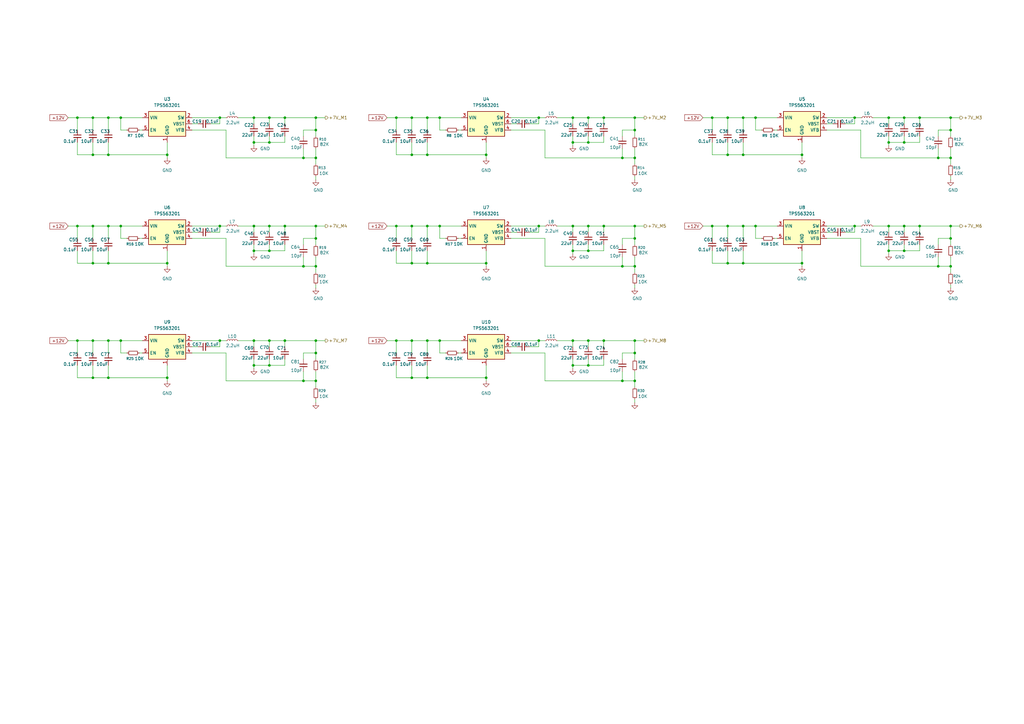
<source format=kicad_sch>
(kicad_sch (version 20250114) (generator "eeschema") (generator_version "9.0")
  (paper "A3")
  (junction (at 255.27 64.77))
  (junction (at 110.49 58.42))
  (junction (at 129.54 53.34))
  (junction (at 304.8 63.5))
  (junction (at 180.34 48.26))
  (junction (at 304.8 107.95))
  (junction (at 304.8 48.26))
  (junction (at 44.45 139.7))
  (junction (at 241.3 149.86))
  (junction (at 31.75 92.71))
  (junction (at 247.65 92.71))
  (junction (at 90.17 139.7))
  (junction (at 129.54 144.78))
  (junction (at 129.54 139.7))
  (junction (at 31.75 139.7))
  (junction (at 364.49 102.87))
  (junction (at 129.54 92.71))
  (junction (at 309.88 48.26))
  (junction (at 292.1 92.71))
  (junction (at 370.84 92.71))
  (junction (at 49.53 48.26))
  (junction (at 110.49 92.71))
  (junction (at 129.54 48.26))
  (junction (at 162.56 92.71))
  (junction (at 309.88 92.71))
  (junction (at 44.45 107.95))
  (junction (at 38.1 154.94))
  (junction (at 38.1 63.5))
  (junction (at 129.54 97.79))
  (junction (at 350.52 92.71))
  (junction (at 241.3 139.7))
  (junction (at 68.58 154.94))
  (junction (at 90.17 48.26))
  (junction (at 234.95 48.26))
  (junction (at 104.14 102.87))
  (junction (at 241.3 102.87))
  (junction (at 110.49 149.86))
  (junction (at 241.3 48.26))
  (junction (at 110.49 139.7))
  (junction (at 260.35 156.21))
  (junction (at 247.65 139.7))
  (junction (at 247.65 48.26))
  (junction (at 90.17 92.71))
  (junction (at 124.46 156.21))
  (junction (at 175.26 107.95))
  (junction (at 220.98 48.26))
  (junction (at 389.89 92.71))
  (junction (at 199.39 63.5))
  (junction (at 298.45 107.95))
  (junction (at 260.35 97.79))
  (junction (at 168.91 139.7))
  (junction (at 260.35 139.7))
  (junction (at 384.81 64.77))
  (junction (at 162.56 139.7))
  (junction (at 104.14 149.86))
  (junction (at 129.54 156.21))
  (junction (at 38.1 92.71))
  (junction (at 234.95 149.86))
  (junction (at 260.35 109.22))
  (junction (at 255.27 156.21))
  (junction (at 104.14 58.42))
  (junction (at 168.91 63.5))
  (junction (at 104.14 48.26))
  (junction (at 370.84 48.26))
  (junction (at 104.14 139.7))
  (junction (at 260.35 64.77))
  (junction (at 304.8 92.71))
  (junction (at 389.89 48.26))
  (junction (at 175.26 63.5))
  (junction (at 175.26 154.94))
  (junction (at 234.95 102.87))
  (junction (at 370.84 102.87))
  (junction (at 328.93 107.95))
  (junction (at 168.91 107.95))
  (junction (at 220.98 139.7))
  (junction (at 44.45 48.26))
  (junction (at 116.84 92.71))
  (junction (at 298.45 48.26))
  (junction (at 364.49 48.26))
  (junction (at 220.98 92.71))
  (junction (at 389.89 109.22))
  (junction (at 44.45 63.5))
  (junction (at 364.49 58.42))
  (junction (at 116.84 139.7))
  (junction (at 68.58 63.5))
  (junction (at 298.45 92.71))
  (junction (at 260.35 92.71))
  (junction (at 260.35 144.78))
  (junction (at 68.58 107.95))
  (junction (at 364.49 92.71))
  (junction (at 180.34 139.7))
  (junction (at 162.56 48.26))
  (junction (at 199.39 107.95))
  (junction (at 124.46 64.77))
  (junction (at 234.95 139.7))
  (junction (at 44.45 154.94))
  (junction (at 241.3 58.42))
  (junction (at 49.53 92.71))
  (junction (at 234.95 58.42))
  (junction (at 255.27 109.22))
  (junction (at 116.84 48.26))
  (junction (at 168.91 154.94))
  (junction (at 168.91 92.71))
  (junction (at 328.93 63.5))
  (junction (at 104.14 92.71))
  (junction (at 110.49 48.26))
  (junction (at 168.91 48.26))
  (junction (at 350.52 48.26))
  (junction (at 370.84 58.42))
  (junction (at 31.75 48.26))
  (junction (at 234.95 92.71))
  (junction (at 199.39 154.94))
  (junction (at 44.45 92.71))
  (junction (at 38.1 139.7))
  (junction (at 241.3 92.71))
  (junction (at 389.89 97.79))
  (junction (at 175.26 92.71))
  (junction (at 298.45 63.5))
  (junction (at 260.35 53.34))
  (junction (at 377.19 92.71))
  (junction (at 180.34 92.71))
  (junction (at 384.81 109.22))
  (junction (at 110.49 102.87))
  (junction (at 38.1 48.26))
  (junction (at 175.26 139.7))
  (junction (at 260.35 48.26))
  (junction (at 389.89 64.77))
  (junction (at 389.89 53.34))
  (junction (at 129.54 64.77))
  (junction (at 175.26 48.26))
  (junction (at 49.53 139.7))
  (junction (at 124.46 109.22))
  (junction (at 292.1 48.26))
  (junction (at 377.19 48.26))
  (junction (at 129.54 109.22))
  (junction (at 38.1 107.95))
  (wire (pts (xy 158.75 92.71) (xy 162.56 92.71)))
  (wire (pts (xy 384.81 60.96) (xy 384.81 64.77)))
  (wire (pts (xy 317.5 53.34) (xy 318.77 53.34)))
  (wire (pts (xy 209.55 53.34) (xy 223.52 53.34)))
  (wire (pts (xy 124.46 156.21) (xy 129.54 156.21)))
  (wire (pts (xy 292.1 107.95) (xy 298.45 107.95)))
  (wire (pts (xy 104.14 149.86) (xy 110.49 149.86)))
  (wire (pts (xy 389.89 109.22) (xy 389.89 111.76)))
  (wire (pts (xy 364.49 48.26) (xy 370.84 48.26)))
  (wire (pts (xy 304.8 48.26) (xy 304.8 53.34)))
  (wire (pts (xy 90.17 50.8) (xy 90.17 48.26)))
  (wire (pts (xy 116.84 139.7) (xy 129.54 139.7)))
  (wire (pts (xy 384.81 97.79) (xy 384.81 100.33)))
  (wire (pts (xy 260.35 109.22) (xy 260.35 111.76)))
  (wire (pts (xy 104.14 102.87) (xy 110.49 102.87)))
  (wire (pts (xy 175.26 48.26) (xy 175.26 53.34)))
  (wire (pts (xy 180.34 53.34) (xy 182.88 53.34)))
  (wire (pts (xy 31.75 139.7) (xy 31.75 144.78)))
  (wire (pts (xy 317.5 97.79) (xy 318.77 97.79)))
  (wire (pts (xy 78.74 142.24) (xy 81.28 142.24)))
  (wire (pts (xy 86.36 142.24) (xy 90.17 142.24)))
  (wire (pts (xy 339.09 48.26) (xy 350.52 48.26)))
  (wire (pts (xy 168.91 48.26) (xy 162.56 48.26)))
  (wire (pts (xy 364.49 55.88) (xy 364.49 58.42)))
  (wire (pts (xy 255.27 156.21) (xy 260.35 156.21)))
  (wire (pts (xy 209.55 144.78) (xy 223.52 144.78)))
  (wire (pts (xy 116.84 55.88) (xy 116.84 58.42)))
  (wire (pts (xy 247.65 48.26) (xy 260.35 48.26)))
  (wire (pts (xy 110.49 48.26) (xy 116.84 48.26)))
  (wire (pts (xy 234.95 58.42) (xy 241.3 58.42)))
  (wire (pts (xy 241.3 48.26) (xy 247.65 48.26)))
  (wire (pts (xy 234.95 147.32) (xy 234.95 149.86)))
  (wire (pts (xy 255.27 60.96) (xy 255.27 64.77)))
  (wire (pts (xy 234.95 102.87) (xy 241.3 102.87)))
  (wire (pts (xy 129.54 118.11) (xy 129.54 116.84)))
  (wire (pts (xy 38.1 154.94) (xy 44.45 154.94)))
  (wire (pts (xy 180.34 97.79) (xy 180.34 92.71)))
  (wire (pts (xy 175.26 139.7) (xy 168.91 139.7)))
  (wire (pts (xy 168.91 102.87) (xy 168.91 107.95)))
  (wire (pts (xy 57.15 97.79) (xy 58.42 97.79)))
  (wire (pts (xy 162.56 149.86) (xy 162.56 154.94)))
  (wire (pts (xy 209.55 48.26) (xy 220.98 48.26)))
  (wire (pts (xy 129.54 156.21) (xy 129.54 152.4)))
  (wire (pts (xy 124.46 97.79) (xy 129.54 97.79)))
  (wire (pts (xy 38.1 139.7) (xy 38.1 144.78)))
  (wire (pts (xy 234.95 55.88) (xy 234.95 58.42)))
  (wire (pts (xy 180.34 97.79) (xy 182.88 97.79)))
  (wire (pts (xy 124.46 109.22) (xy 129.54 109.22)))
  (wire (pts (xy 38.1 48.26) (xy 31.75 48.26)))
  (wire (pts (xy 304.8 92.71) (xy 304.8 97.79)))
  (wire (pts (xy 223.52 156.21) (xy 255.27 156.21)))
  (wire (pts (xy 78.74 97.79) (xy 92.71 97.79)))
  (wire (pts (xy 292.1 58.42) (xy 292.1 63.5)))
  (wire (pts (xy 260.35 64.77) (xy 260.35 60.96)))
  (wire (pts (xy 104.14 58.42) (xy 110.49 58.42)))
  (wire (pts (xy 175.26 92.71) (xy 168.91 92.71)))
  (wire (pts (xy 234.95 139.7) (xy 234.95 142.24)))
  (wire (pts (xy 124.46 144.78) (xy 129.54 144.78)))
  (wire (pts (xy 104.14 102.87) (xy 104.14 104.14)))
  (wire (pts (xy 175.26 58.42) (xy 175.26 63.5)))
  (wire (pts (xy 175.26 139.7) (xy 175.26 144.78)))
  (wire (pts (xy 255.27 97.79) (xy 260.35 97.79)))
  (wire (pts (xy 255.27 53.34) (xy 255.27 55.88)))
  (wire (pts (xy 260.35 92.71) (xy 260.35 97.79)))
  (wire (pts (xy 162.56 63.5) (xy 168.91 63.5)))
  (wire (pts (xy 129.54 64.77) (xy 129.54 60.96)))
  (wire (pts (xy 217.17 95.25) (xy 220.98 95.25)))
  (wire (pts (xy 241.3 48.26) (xy 241.3 50.8)))
  (wire (pts (xy 217.17 142.24) (xy 220.98 142.24)))
  (wire (pts (xy 44.45 139.7) (xy 38.1 139.7)))
  (wire (pts (xy 187.96 53.34) (xy 189.23 53.34)))
  (wire (pts (xy 104.14 58.42) (xy 104.14 59.69)))
  (wire (pts (xy 384.81 105.41) (xy 384.81 109.22)))
  (wire (pts (xy 129.54 139.7) (xy 129.54 144.78)))
  (wire (pts (xy 38.1 139.7) (xy 31.75 139.7)))
  (wire (pts (xy 187.96 144.78) (xy 189.23 144.78)))
  (wire (pts (xy 384.81 53.34) (xy 384.81 55.88)))
  (wire (pts (xy 78.74 95.25) (xy 81.28 95.25)))
  (wire (pts (xy 241.3 58.42) (xy 247.65 58.42)))
  (wire (pts (xy 364.49 58.42) (xy 370.84 58.42)))
  (wire (pts (xy 223.52 109.22) (xy 255.27 109.22)))
  (wire (pts (xy 124.46 53.34) (xy 124.46 55.88)))
  (wire (pts (xy 298.45 63.5) (xy 304.8 63.5)))
  (wire (pts (xy 162.56 107.95) (xy 168.91 107.95)))
  (wire (pts (xy 68.58 107.95) (xy 68.58 109.22)))
  (wire (pts (xy 78.74 50.8) (xy 81.28 50.8)))
  (wire (pts (xy 389.89 118.11) (xy 389.89 116.84)))
  (wire (pts (xy 49.53 144.78) (xy 49.53 139.7)))
  (wire (pts (xy 92.71 53.34) (xy 92.71 64.77)))
  (wire (pts (xy 304.8 92.71) (xy 309.88 92.71)))
  (wire (pts (xy 44.45 139.7) (xy 49.53 139.7)))
  (wire (pts (xy 234.95 92.71) (xy 234.95 95.25)))
  (wire (pts (xy 220.98 142.24) (xy 220.98 139.7)))
  (wire (pts (xy 68.58 154.94) (xy 68.58 156.21)))
  (wire (pts (xy 110.49 92.71) (xy 110.49 95.25)))
  (wire (pts (xy 199.39 102.87) (xy 199.39 107.95)))
  (wire (pts (xy 389.89 109.22) (xy 389.89 105.41)))
  (wire (pts (xy 124.46 105.41) (xy 124.46 109.22)))
  (wire (pts (xy 353.06 53.34) (xy 353.06 64.77)))
  (wire (pts (xy 260.35 144.78) (xy 260.35 147.32)))
  (wire (pts (xy 68.58 149.86) (xy 68.58 154.94)))
  (wire (pts (xy 104.14 139.7) (xy 110.49 139.7)))
  (wire (pts (xy 97.79 92.71) (xy 104.14 92.71)))
  (wire (pts (xy 44.45 92.71) (xy 38.1 92.71)))
  (wire (pts (xy 162.56 48.26) (xy 162.56 53.34)))
  (wire (pts (xy 370.84 48.26) (xy 370.84 50.8)))
  (wire (pts (xy 104.14 100.33) (xy 104.14 102.87)))
  (wire (pts (xy 223.52 144.78) (xy 223.52 156.21)))
  (wire (pts (xy 247.65 100.33) (xy 247.65 102.87)))
  (wire (pts (xy 129.54 144.78) (xy 129.54 147.32)))
  (wire (pts (xy 162.56 58.42) (xy 162.56 63.5)))
  (wire (pts (xy 364.49 92.71) (xy 370.84 92.71)))
  (wire (pts (xy 38.1 92.71) (xy 31.75 92.71)))
  (wire (pts (xy 44.45 139.7) (xy 44.45 144.78)))
  (wire (pts (xy 304.8 48.26) (xy 309.88 48.26)))
  (wire (pts (xy 175.26 139.7) (xy 180.34 139.7)))
  (wire (pts (xy 124.46 60.96) (xy 124.46 64.77)))
  (wire (pts (xy 209.55 142.24) (xy 212.09 142.24)))
  (wire (pts (xy 110.49 139.7) (xy 116.84 139.7)))
  (wire (pts (xy 129.54 156.21) (xy 129.54 158.75)))
  (wire (pts (xy 389.89 48.26) (xy 389.89 53.34)))
  (wire (pts (xy 364.49 58.42) (xy 364.49 59.69)))
  (wire (pts (xy 104.14 55.88) (xy 104.14 58.42)))
  (wire (pts (xy 92.71 109.22) (xy 124.46 109.22)))
  (wire (pts (xy 255.27 53.34) (xy 260.35 53.34)))
  (wire (pts (xy 384.81 64.77) (xy 389.89 64.77)))
  (wire (pts (xy 116.84 92.71) (xy 116.84 95.25)))
  (wire (pts (xy 38.1 107.95) (xy 44.45 107.95)))
  (wire (pts (xy 247.65 139.7) (xy 247.65 142.24)))
  (wire (pts (xy 304.8 63.5) (xy 328.93 63.5)))
  (wire (pts (xy 364.49 102.87) (xy 364.49 104.14)))
  (wire (pts (xy 31.75 92.71) (xy 31.75 97.79)))
  (wire (pts (xy 78.74 92.71) (xy 90.17 92.71)))
  (wire (pts (xy 90.17 139.7) (xy 92.71 139.7)))
  (wire (pts (xy 104.14 48.26) (xy 110.49 48.26)))
  (wire (pts (xy 260.35 64.77) (xy 260.35 67.31)))
  (wire (pts (xy 346.71 50.8) (xy 350.52 50.8)))
  (wire (pts (xy 220.98 92.71) (xy 223.52 92.71)))
  (wire (pts (xy 384.81 97.79) (xy 389.89 97.79)))
  (wire (pts (xy 220.98 50.8) (xy 220.98 48.26)))
  (wire (pts (xy 180.34 144.78) (xy 180.34 139.7)))
  (wire (pts (xy 129.54 92.71) (xy 129.54 97.79)))
  (wire (pts (xy 129.54 64.77) (xy 129.54 67.31)))
  (wire (pts (xy 247.65 147.32) (xy 247.65 149.86)))
  (wire (pts (xy 309.88 53.34) (xy 309.88 48.26)))
  (wire (pts (xy 110.49 139.7) (xy 110.49 142.24)))
  (wire (pts (xy 116.84 48.26) (xy 116.84 50.8)))
  (wire (pts (xy 92.71 144.78) (xy 92.71 156.21)))
  (wire (pts (xy 255.27 105.41) (xy 255.27 109.22)))
  (wire (pts (xy 175.26 48.26) (xy 168.91 48.26)))
  (wire (pts (xy 292.1 92.71) (xy 292.1 97.79)))
  (wire (pts (xy 228.6 48.26) (xy 234.95 48.26)))
  (wire (pts (xy 168.91 149.86) (xy 168.91 154.94)))
  (wire (pts (xy 304.8 48.26) (xy 298.45 48.26)))
  (wire (pts (xy 241.3 139.7) (xy 241.3 142.24)))
  (wire (pts (xy 255.27 144.78) (xy 255.27 147.32)))
  (wire (pts (xy 234.95 48.26) (xy 234.95 50.8)))
  (wire (pts (xy 78.74 139.7) (xy 90.17 139.7)))
  (wire (pts (xy 168.91 139.7) (xy 168.91 144.78)))
  (wire (pts (xy 199.39 107.95) (xy 199.39 109.22)))
  (wire (pts (xy 241.3 139.7) (xy 247.65 139.7)))
  (wire (pts (xy 377.19 55.88) (xy 377.19 58.42)))
  (wire (pts (xy 158.75 139.7) (xy 162.56 139.7)))
  (wire (pts (xy 247.65 55.88) (xy 247.65 58.42)))
  (wire (pts (xy 241.3 149.86) (xy 247.65 149.86)))
  (wire (pts (xy 129.54 165.1) (xy 129.54 163.83)))
  (wire (pts (xy 350.52 92.71) (xy 353.06 92.71)))
  (wire (pts (xy 104.14 139.7) (xy 104.14 142.24)))
  (wire (pts (xy 168.91 139.7) (xy 162.56 139.7)))
  (wire (pts (xy 346.71 95.25) (xy 350.52 95.25)))
  (wire (pts (xy 260.35 48.26) (xy 260.35 53.34)))
  (wire (pts (xy 44.45 48.26) (xy 49.53 48.26)))
  (wire (pts (xy 298.45 58.42) (xy 298.45 63.5)))
  (wire (pts (xy 110.49 92.71) (xy 116.84 92.71)))
  (wire (pts (xy 298.45 92.71) (xy 298.45 97.79)))
  (wire (pts (xy 292.1 102.87) (xy 292.1 107.95)))
  (wire (pts (xy 49.53 144.78) (xy 52.07 144.78)))
  (wire (pts (xy 31.75 149.86) (xy 31.75 154.94)))
  (wire (pts (xy 328.93 63.5) (xy 328.93 64.77)))
  (wire (pts (xy 389.89 48.26) (xy 393.7 48.26)))
  (wire (pts (xy 129.54 109.22) (xy 129.54 105.41)))
  (wire (pts (xy 116.84 100.33) (xy 116.84 102.87)))
  (wire (pts (xy 44.45 92.71) (xy 44.45 97.79)))
  (wire (pts (xy 339.09 95.25) (xy 341.63 95.25)))
  (wire (pts (xy 180.34 48.26) (xy 189.23 48.26)))
  (wire (pts (xy 129.54 48.26) (xy 129.54 53.34)))
  (wire (pts (xy 234.95 149.86) (xy 241.3 149.86)))
  (wire (pts (xy 247.65 92.71) (xy 247.65 95.25)))
  (wire (pts (xy 217.17 50.8) (xy 220.98 50.8)))
  (wire (pts (xy 162.56 102.87) (xy 162.56 107.95)))
  (wire (pts (xy 97.79 48.26) (xy 104.14 48.26)))
  (wire (pts (xy 90.17 92.71) (xy 92.71 92.71)))
  (wire (pts (xy 328.93 102.87) (xy 328.93 107.95)))
  (wire (pts (xy 168.91 92.71) (xy 168.91 97.79)))
  (wire (pts (xy 68.58 58.42) (xy 68.58 63.5)))
  (wire (pts (xy 377.19 100.33) (xy 377.19 102.87)))
  (wire (pts (xy 110.49 48.26) (xy 110.49 50.8)))
  (wire (pts (xy 104.14 92.71) (xy 104.14 95.25)))
  (wire (pts (xy 260.35 73.66) (xy 260.35 72.39)))
  (wire (pts (xy 228.6 139.7) (xy 234.95 139.7)))
  (wire (pts (xy 234.95 48.26) (xy 241.3 48.26)))
  (wire (pts (xy 129.54 73.66) (xy 129.54 72.39)))
  (wire (pts (xy 168.91 48.26) (xy 168.91 53.34)))
  (wire (pts (xy 328.93 107.95) (xy 328.93 109.22)))
  (wire (pts (xy 377.19 48.26) (xy 389.89 48.26)))
  (wire (pts (xy 110.49 102.87) (xy 116.84 102.87)))
  (wire (pts (xy 27.94 139.7) (xy 31.75 139.7)))
  (wire (pts (xy 38.1 48.26) (xy 38.1 53.34)))
  (wire (pts (xy 199.39 63.5) (xy 199.39 64.77)))
  (wire (pts (xy 97.79 139.7) (xy 104.14 139.7)))
  (wire (pts (xy 116.84 48.26) (xy 129.54 48.26)))
  (wire (pts (xy 110.49 149.86) (xy 116.84 149.86)))
  (wire (pts (xy 31.75 154.94) (xy 38.1 154.94)))
  (wire (pts (xy 255.27 144.78) (xy 260.35 144.78)))
  (wire (pts (xy 31.75 102.87) (xy 31.75 107.95)))
  (wire (pts (xy 260.35 156.21) (xy 260.35 152.4)))
  (wire (pts (xy 180.34 53.34) (xy 180.34 48.26)))
  (wire (pts (xy 57.15 53.34) (xy 58.42 53.34)))
  (wire (pts (xy 389.89 53.34) (xy 389.89 55.88)))
  (wire (pts (xy 175.26 48.26) (xy 180.34 48.26)))
  (wire (pts (xy 44.45 154.94) (xy 68.58 154.94)))
  (wire (pts (xy 358.14 92.71) (xy 364.49 92.71)))
  (wire (pts (xy 377.19 48.26) (xy 377.19 50.8)))
  (wire (pts (xy 44.45 63.5) (xy 68.58 63.5)))
  (wire (pts (xy 92.71 156.21) (xy 124.46 156.21)))
  (wire (pts (xy 220.98 48.26) (xy 223.52 48.26)))
  (wire (pts (xy 370.84 58.42) (xy 377.19 58.42)))
  (wire (pts (xy 104.14 149.86) (xy 104.14 151.13)))
  (wire (pts (xy 260.35 109.22) (xy 260.35 105.41)))
  (wire (pts (xy 353.06 97.79) (xy 353.06 109.22)))
  (wire (pts (xy 162.56 154.94) (xy 168.91 154.94)))
  (wire (pts (xy 44.45 92.71) (xy 49.53 92.71)))
  (wire (pts (xy 90.17 95.25) (xy 90.17 92.71)))
  (wire (pts (xy 124.46 144.78) (xy 124.46 147.32)))
  (wire (pts (xy 180.34 139.7) (xy 189.23 139.7)))
  (wire (pts (xy 92.71 97.79) (xy 92.71 109.22)))
  (wire (pts (xy 241.3 58.42) (xy 241.3 55.88)))
  (wire (pts (xy 370.84 92.71) (xy 370.84 95.25)))
  (wire (pts (xy 38.1 102.87) (xy 38.1 107.95)))
  (wire (pts (xy 68.58 63.5) (xy 68.58 64.77)))
  (wire (pts (xy 92.71 64.77) (xy 124.46 64.77)))
  (wire (pts (xy 209.55 92.71) (xy 220.98 92.71)))
  (wire (pts (xy 124.46 64.77) (xy 129.54 64.77)))
  (wire (pts (xy 328.93 58.42) (xy 328.93 63.5)))
  (wire (pts (xy 187.96 97.79) (xy 189.23 97.79)))
  (wire (pts (xy 44.45 48.26) (xy 38.1 48.26)))
  (wire (pts (xy 241.3 92.71) (xy 247.65 92.71)))
  (wire (pts (xy 31.75 107.95) (xy 38.1 107.95)))
  (wire (pts (xy 116.84 147.32) (xy 116.84 149.86)))
  (wire (pts (xy 260.35 165.1) (xy 260.35 163.83)))
  (wire (pts (xy 234.95 92.71) (xy 241.3 92.71)))
  (wire (pts (xy 339.09 92.71) (xy 350.52 92.71)))
  (wire (pts (xy 38.1 63.5) (xy 44.45 63.5)))
  (wire (pts (xy 364.49 102.87) (xy 370.84 102.87)))
  (wire (pts (xy 220.98 139.7) (xy 223.52 139.7)))
  (wire (pts (xy 38.1 58.42) (xy 38.1 63.5)))
  (wire (pts (xy 234.95 102.87) (xy 234.95 104.14)))
  (wire (pts (xy 260.35 92.71) (xy 264.16 92.71)))
  (wire (pts (xy 234.95 58.42) (xy 234.95 59.69)))
  (wire (pts (xy 199.39 149.86) (xy 199.39 154.94)))
  (wire (pts (xy 78.74 144.78) (xy 92.71 144.78)))
  (wire (pts (xy 288.29 48.26) (xy 292.1 48.26)))
  (wire (pts (xy 292.1 63.5) (xy 298.45 63.5)))
  (wire (pts (xy 370.84 102.87) (xy 370.84 100.33)))
  (wire (pts (xy 49.53 53.34) (xy 49.53 48.26)))
  (wire (pts (xy 104.14 147.32) (xy 104.14 149.86)))
  (wire (pts (xy 175.26 107.95) (xy 199.39 107.95)))
  (wire (pts (xy 370.84 92.71) (xy 377.19 92.71)))
  (wire (pts (xy 124.46 152.4) (xy 124.46 156.21)))
  (wire (pts (xy 129.54 139.7) (xy 133.35 139.7)))
  (wire (pts (xy 364.49 100.33) (xy 364.49 102.87)))
  (wire (pts (xy 364.49 92.71) (xy 364.49 95.25)))
  (wire (pts (xy 168.91 92.71) (xy 162.56 92.71)))
  (wire (pts (xy 49.53 92.71) (xy 58.42 92.71)))
  (wire (pts (xy 260.35 156.21) (xy 260.35 158.75)))
  (wire (pts (xy 309.88 92.71) (xy 318.77 92.71)))
  (wire (pts (xy 110.49 149.86) (xy 110.49 147.32)))
  (wire (pts (xy 104.14 92.71) (xy 110.49 92.71)))
  (wire (pts (xy 339.09 50.8) (xy 341.63 50.8)))
  (wire (pts (xy 260.35 53.34) (xy 260.35 55.88)))
  (wire (pts (xy 31.75 48.26) (xy 31.75 53.34)))
  (wire (pts (xy 309.88 48.26) (xy 318.77 48.26)))
  (wire (pts (xy 241.3 92.71) (xy 241.3 95.25)))
  (wire (pts (xy 175.26 63.5) (xy 199.39 63.5)))
  (wire (pts (xy 27.94 48.26) (xy 31.75 48.26)))
  (wire (pts (xy 260.35 118.11) (xy 260.35 116.84)))
  (wire (pts (xy 389.89 64.77) (xy 389.89 60.96)))
  (wire (pts (xy 175.26 102.87) (xy 175.26 107.95)))
  (wire (pts (xy 298.45 48.26) (xy 298.45 53.34)))
  (wire (pts (xy 389.89 64.77) (xy 389.89 67.31)))
  (wire (pts (xy 31.75 58.42) (xy 31.75 63.5)))
  (wire (pts (xy 49.53 139.7) (xy 58.42 139.7)))
  (wire (pts (xy 124.46 97.79) (xy 124.46 100.33)))
  (wire (pts (xy 304.8 102.87) (xy 304.8 107.95)))
  (wire (pts (xy 209.55 139.7) (xy 220.98 139.7)))
  (wire (pts (xy 129.54 109.22) (xy 129.54 111.76)))
  (wire (pts (xy 49.53 97.79) (xy 49.53 92.71)))
  (wire (pts (xy 129.54 97.79) (xy 129.54 100.33)))
  (wire (pts (xy 57.15 144.78) (xy 58.42 144.78)))
  (wire (pts (xy 168.91 58.42) (xy 168.91 63.5)))
  (wire (pts (xy 309.88 97.79) (xy 312.42 97.79)))
  (wire (pts (xy 162.56 92.71) (xy 162.56 97.79)))
  (wire (pts (xy 49.53 48.26) (xy 58.42 48.26)))
  (wire (pts (xy 110.49 102.87) (xy 110.49 100.33)))
  (wire (pts (xy 199.39 58.42) (xy 199.39 63.5)))
  (wire (pts (xy 247.65 48.26) (xy 247.65 50.8)))
  (wire (pts (xy 260.35 139.7) (xy 260.35 144.78)))
  (wire (pts (xy 370.84 58.42) (xy 370.84 55.88)))
  (wire (pts (xy 129.54 48.26) (xy 133.35 48.26)))
  (wire (pts (xy 86.36 95.25) (xy 90.17 95.25)))
  (wire (pts (xy 304.8 58.42) (xy 304.8 63.5)))
  (wire (pts (xy 288.29 92.71) (xy 292.1 92.71)))
  (wire (pts (xy 38.1 149.86) (xy 38.1 154.94)))
  (wire (pts (xy 350.52 50.8) (xy 350.52 48.26)))
  (wire (pts (xy 353.06 109.22) (xy 384.81 109.22)))
  (wire (pts (xy 168.91 107.95) (xy 175.26 107.95)))
  (wire (pts (xy 364.49 48.26) (xy 364.49 50.8)))
  (wire (pts (xy 49.53 53.34) (xy 52.07 53.34)))
  (wire (pts (xy 38.1 92.71) (xy 38.1 97.79)))
  (wire (pts (xy 129.54 53.34) (xy 129.54 55.88)))
  (wire (pts (xy 234.95 100.33) (xy 234.95 102.87)))
  (wire (pts (xy 168.91 154.94) (xy 175.26 154.94)))
  (wire (pts (xy 90.17 48.26) (xy 92.71 48.26)))
  (wire (pts (xy 49.53 97.79) (xy 52.07 97.79)))
  (wire (pts (xy 209.55 50.8) (xy 212.09 50.8)))
  (wire (pts (xy 180.34 92.71) (xy 189.23 92.71)))
  (wire (pts (xy 168.91 63.5) (xy 175.26 63.5)))
  (wire (pts (xy 175.26 92.71) (xy 175.26 97.79)))
  (wire (pts (xy 158.75 48.26) (xy 162.56 48.26)))
  (wire (pts (xy 298.45 107.95) (xy 304.8 107.95)))
  (wire (pts (xy 370.84 102.87) (xy 377.19 102.87)))
  (wire (pts (xy 175.26 154.94) (xy 199.39 154.94)))
  (wire (pts (xy 298.45 102.87) (xy 298.45 107.95)))
  (wire (pts (xy 255.27 64.77) (xy 260.35 64.77)))
  (wire (pts (xy 234.95 149.86) (xy 234.95 151.13)))
  (wire (pts (xy 78.74 53.34) (xy 92.71 53.34)))
  (wire (pts (xy 304.8 107.95) (xy 328.93 107.95)))
  (wire (pts (xy 260.35 139.7) (xy 264.16 139.7)))
  (wire (pts (xy 234.95 139.7) (xy 241.3 139.7)))
  (wire (pts (xy 370.84 48.26) (xy 377.19 48.26)))
  (wire (pts (xy 110.49 58.42) (xy 116.84 58.42)))
  (wire (pts (xy 339.09 53.34) (xy 353.06 53.34)))
  (wire (pts (xy 298.45 48.26) (xy 292.1 48.26)))
  (wire (pts (xy 247.65 139.7) (xy 260.35 139.7)))
  (wire (pts (xy 180.34 144.78) (xy 182.88 144.78)))
  (wire (pts (xy 223.52 64.77) (xy 255.27 64.77)))
  (wire (pts (xy 31.75 63.5) (xy 38.1 63.5)))
  (wire (pts (xy 309.88 97.79) (xy 309.88 92.71)))
  (wire (pts (xy 389.89 97.79) (xy 389.89 100.33)))
  (wire (pts (xy 44.45 102.87) (xy 44.45 107.95)))
  (wire (pts (xy 199.39 154.94) (xy 199.39 156.21)))
  (wire (pts (xy 389.89 92.71) (xy 393.7 92.71)))
  (wire (pts (xy 309.88 53.34) (xy 312.42 53.34)))
  (wire (pts (xy 241.3 102.87) (xy 241.3 100.33)))
  (wire (pts (xy 384.81 109.22) (xy 389.89 109.22)))
  (wire (pts (xy 298.45 92.71) (xy 292.1 92.71)))
  (wire (pts (xy 377.19 92.71) (xy 377.19 95.25)))
  (wire (pts (xy 104.14 48.26) (xy 104.14 50.8)))
  (wire (pts (xy 90.17 142.24) (xy 90.17 139.7)))
  (wire (pts (xy 44.45 107.95) (xy 68.58 107.95)))
  (wire (pts (xy 350.52 95.25) (xy 350.52 92.71)))
  (wire (pts (xy 68.58 102.87) (xy 68.58 107.95)))
  (wire (pts (xy 358.14 48.26) (xy 364.49 48.26)))
  (wire (pts (xy 241.3 149.86) (xy 241.3 147.32)))
  (wire (pts (xy 86.36 50.8) (xy 90.17 50.8)))
  (wire (pts (xy 124.46 53.34) (xy 129.54 53.34)))
  (wire (pts (xy 162.56 139.7) (xy 162.56 144.78)))
  (wire (pts (xy 44.45 58.42) (xy 44.45 63.5)))
  (wire (pts (xy 377.19 92.71) (xy 389.89 92.71)))
  (wire (pts (xy 255.27 152.4) (xy 255.27 156.21)))
  (wire (pts (xy 353.06 64.77) (xy 384.81 64.77)))
  (wire (pts (xy 292.1 48.26) (xy 292.1 53.34)))
  (wire (pts (xy 260.35 48.26) (xy 264.16 48.26)))
  (wire (pts (xy 110.49 58.42) (xy 110.49 55.88)))
  (wire (pts (xy 44.45 149.86) (xy 44.45 154.94)))
  (wire (pts (xy 175.26 149.86) (xy 175.26 154.94)))
  (wire (pts (xy 209.55 97.79) (xy 223.52 97.79)))
  (wire (pts (xy 389.89 92.71) (xy 389.89 97.79)))
  (wire (pts (xy 255.27 109.22) (xy 260.35 109.22)))
  (wire (pts (xy 116.84 139.7) (xy 116.84 142.24)))
  (wire (pts (xy 223.52 53.34) (xy 223.52 64.77)))
  (wire (pts (xy 223.52 97.79) (xy 223.52 109.22)))
  (wire (pts (xy 44.45 48.26) (xy 44.45 53.34)))
  (wire (pts (xy 27.94 92.71) (xy 31.75 92.71)))
  (wire (pts (xy 255.27 97.79) (xy 255.27 100.33)))
  (wire (pts (xy 209.55 95.25) (xy 212.09 95.25)))
  (wire (pts (xy 339.09 97.79) (xy 353.06 97.79)))
  (wire (pts (xy 129.54 92.71) (xy 133.35 92.71)))
  (wire (pts (xy 175.26 92.71) (xy 180.34 92.71)))
  (wire (pts (xy 384.81 53.34) (xy 389.89 53.34)))
  (wire (pts (xy 389.89 73.66) (xy 389.89 72.39)))
  (wire (pts (xy 304.8 92.71) (xy 298.45 92.71)))
  (wire (pts (xy 228.6 92.71) (xy 234.95 92.71)))
  (wire (pts (xy 241.3 102.87) (xy 247.65 102.87)))
  (wire (pts (xy 220.98 95.25) (xy 220.98 92.71)))
  (wire (pts (xy 116.84 92.71) (xy 129.54 92.71)))
  (wire (pts (xy 350.52 48.26) (xy 353.06 48.26)))
  (wire (pts (xy 247.65 92.71) (xy 260.35 92.71)))
  (wire (pts (xy 260.35 97.79) (xy 260.35 100.33)))
  (wire (pts (xy 78.74 48.26) (xy 90.17 48.26)))
  (global_label "+12V" (shape input) (at 288.29 92.71 180) (property "Intersheetrefs" "${INTERSHEET_REFS}" (effects (hide yes))))
  (global_label "+12V" (shape input) (at 288.29 48.26 180) (property "Intersheetrefs" "${INTERSHEET_REFS}" (effects (hide yes))))
  (global_label "+12V" (shape input) (at 27.94 48.26 180) (property "Intersheetrefs" "${INTERSHEET_REFS}" (effects (hide yes))))
  (global_label "+12V" (shape input) (at 27.94 139.7 180) (property "Intersheetrefs" "${INTERSHEET_REFS}" (effects (hide yes))))
  (global_label "+12V" (shape input) (at 158.75 48.26 180) (property "Intersheetrefs" "${INTERSHEET_REFS}" (effects (hide yes))))
  (global_label "+12V" (shape input) (at 158.75 92.71 180) (property "Intersheetrefs" "${INTERSHEET_REFS}" (effects (hide yes))))
  (global_label "+12V" (shape input) (at 158.75 139.7 180) (property "Intersheetrefs" "${INTERSHEET_REFS}" (effects (hide yes))))
  (global_label "+12V" (shape input) (at 27.94 92.71 180) (property "Intersheetrefs" "${INTERSHEET_REFS}" (effects (hide yes))))
  (hierarchical_label "+7V_M5" (shape output) (at 264.16 92.71 0))
  (hierarchical_label "+7V_M8" (shape output) (at 264.16 139.7 0))
  (hierarchical_label "+7V_M7" (shape output) (at 133.35 139.7 0))
  (hierarchical_label "+7V_M6" (shape output) (at 393.7 92.71 0))
  (hierarchical_label "+7V_M3" (shape output) (at 393.7 48.26 0))
  (hierarchical_label "+7V_M4" (shape output) (at 133.35 92.71 0))
  (hierarchical_label "+7V_M1" (shape output) (at 133.35 48.26 0))
  (hierarchical_label "+7V_M2" (shape output) (at 264.16 48.26 0))
  (symbol (lib_id "Device:C_Small") (at 234.95 144.78 0) (unit 1)
    (property "Reference" "C72" (at 232.918 142.748 0))
    (property "Value" "22uF" (at 232.41 146.812 0))
    (property "Footprint" "Capacitor_SMD:C_1206_3216Metric" (effects (hide yes)))
    (property "Description" "Capacitor, ceramic, 22µF, 10 V, ±10%, X7R, 1206" (effects (hide yes)))
  )
  (symbol (lib_id "Device:C_Small") (at 384.81 102.87 180) (unit 1)
    (property "Reference" "C66" (at 381.508 101.346 0))
    (property "Value" "10pF" (at 382.016 104.902 0))
    (property "Footprint" "Capacitor_SMD:C_0603_1608Metric" (effects (hide yes)))
    (property "Description" "Capacitor, ceramic, 10 pF, 100 V, ±5%, C0G/NP0, 0603" (effects (hide yes)))
  )
  (symbol (lib_id "power:GND") (at 234.95 151.13 0) (unit 1)
    (property "Reference" "#PWR028" (effects (hide yes)))
    (property "Value" "GND" (at 237.49 152.3999 0) (effects (justify left)))
    (property "Description" "Power symbol creates a global label with name \"GND\" , ground" (effects (hide yes)))
  )
  (symbol (lib_id "Device:R_Small") (at 54.61 97.79 270) (unit 1)
    (property "Reference" "R16" (at 53.34 100.076 90) (effects (font (size 1.016 1.016))))
    (property "Value" "10K" (at 57.15 100.076 90))
    (property "Footprint" "Resistor_SMD:R_0603_1608Metric" (effects (hide yes)))
    (property "Description" "Resistor, small symbol" (effects (hide yes)))
  )
  (symbol (lib_id "Device:R_Small") (at 129.54 102.87 0) (unit 1)
    (property "Reference" "R19" (at 132.334 101.6 0) (effects (font (size 1.016 1.016))))
    (property "Value" "82K" (at 133.096 103.632 0))
    (property "Footprint" "Resistor_SMD:R_0603_1608Metric" (effects (hide yes)))
    (property "Description" "Resistor, small symbol" (effects (hide yes)))
  )
  (symbol (lib_id "Device:L_Small") (at 95.25 92.71 90) (unit 1)
    (property "Reference" "L7" (at 95.25 90.932 90))
    (property "Value" "2.2uH" (at 95.504 94.742 90))
    (property "Footprint" "Inductor_SMD:L_Changjiang_FXL0630" (effects (hide yes)))
    (property "Description" "Inductor, Shielded Drum Core, Superflux, 2.2 µH, 9 A, 0.0115 Ω, SMD" (effects (hide yes)))
  )
  (symbol (lib_id "power:GND") (at 364.49 59.69 0) (unit 1)
    (property "Reference" "#PWR011" (effects (hide yes)))
    (property "Value" "GND" (at 367.03 60.9599 0) (effects (justify left)))
    (property "Description" "Power symbol creates a global label with name \"GND\" , ground" (effects (hide yes)))
  )
  (symbol (lib_id "Device:R_Small") (at 54.61 144.78 270) (unit 1)
    (property "Reference" "R25" (at 53.34 147.066 90) (effects (font (size 1.016 1.016))))
    (property "Value" "10K" (at 57.15 147.066 90))
    (property "Footprint" "Resistor_SMD:R_0603_1608Metric" (effects (hide yes)))
    (property "Description" "Resistor, small symbol" (effects (hide yes)))
  )
  (symbol (lib_id "power:GND") (at 199.39 64.77 0) (unit 1)
    (property "Reference" "#PWR013" (effects (hide yes)))
    (property "Value" "GND" (at 199.39 69.85 0))
    (property "Description" "Power symbol creates a global label with name \"GND\" , ground" (effects (hide yes)))
  )
  (symbol (lib_id "Device:L_Small") (at 95.25 48.26 90) (unit 1)
    (property "Reference" "L4" (at 95.25 46.482 90))
    (property "Value" "2.2uH" (at 95.504 50.292 90))
    (property "Footprint" "Inductor_SMD:L_Changjiang_FXL0630" (effects (hide yes)))
    (property "Description" "Inductor, Shielded Drum Core, Superflux, 2.2 µH, 9 A, 0.0115 Ω, SMD" (effects (hide yes)))
  )
  (symbol (lib_id "Device:C_Small") (at 104.14 53.34 0) (unit 1)
    (property "Reference" "C22" (at 102.108 51.308 0))
    (property "Value" "22uF" (at 101.6 55.372 0))
    (property "Footprint" "Capacitor_SMD:C_1206_3216Metric" (effects (hide yes)))
    (property "Description" "Capacitor, ceramic, 22µF, 10 V, ±10%, X7R, 1206" (effects (hide yes)))
  )
  (symbol (lib_id "power:GND") (at 68.58 109.22 0) (unit 1)
    (property "Reference" "#PWR021" (effects (hide yes)))
    (property "Value" "GND" (at 68.58 114.3 0))
    (property "Description" "Power symbol creates a global label with name \"GND\" , ground" (effects (hide yes)))
  )
  (symbol (lib_id "Device:C_Small") (at 168.91 147.32 0) (unit 1)
    (property "Reference" "C79" (at 167.386 145.288 0))
    (property "Value" "10uF" (at 166.37 149.352 0))
    (property "Footprint" "Capacitor_SMD:C_1206_3216Metric" (effects (hide yes)))
    (property "Description" "Capacitor, ceramic, 10µF, 25 V, ±10%, X5R, 1206" (effects (hide yes)))
  )
  (symbol (lib_id "Device:L_Small") (at 355.6 92.71 90) (unit 1)
    (property "Reference" "L9" (at 355.6 90.932 90))
    (property "Value" "2.2uH" (at 355.854 94.742 90))
    (property "Footprint" "Inductor_SMD:L_Changjiang_FXL0630" (effects (hide yes)))
    (property "Description" "Inductor, Shielded Drum Core, Superflux, 2.2 µH, 9 A, 0.0115 Ω, SMD" (effects (hide yes)))
  )
  (symbol (lib_id "Device:C_Small") (at 168.91 55.88 0) (unit 1)
    (property "Reference" "C35" (at 167.386 53.848 0))
    (property "Value" "10uF" (at 166.37 57.912 0))
    (property "Footprint" "Capacitor_SMD:C_1206_3216Metric" (effects (hide yes)))
    (property "Description" "Capacitor, ceramic, 10µF, 25 V, ±10%, X5R, 1206" (effects (hide yes)))
  )
  (symbol (lib_id "Device:R_Small") (at 185.42 97.79 270) (unit 1)
    (property "Reference" "R17" (at 184.15 100.076 90) (effects (font (size 1.016 1.016))))
    (property "Value" "10K" (at 187.96 100.076 90))
    (property "Footprint" "Resistor_SMD:R_0603_1608Metric" (effects (hide yes)))
    (property "Description" "Resistor, small symbol" (effects (hide yes)))
  )
  (symbol (lib_id "Device:C_Small") (at 255.27 58.42 180) (unit 1)
    (property "Reference" "C41" (at 251.968 56.896 0))
    (property "Value" "10pF" (at 252.476 60.452 0))
    (property "Footprint" "Capacitor_SMD:C_0603_1608Metric" (effects (hide yes)))
    (property "Description" "Capacitor, ceramic, 10 pF, 100 V, ±5%, C0G/NP0, 0603" (effects (hide yes)))
  )
  (symbol (lib_id "Device:C_Small") (at 364.49 97.79 0) (unit 1)
    (property "Reference" "C52" (at 362.458 95.758 0))
    (property "Value" "22uF" (at 361.95 99.822 0))
    (property "Footprint" "Capacitor_SMD:C_1206_3216Metric" (effects (hide yes)))
    (property "Description" "Capacitor, ceramic, 22µF, 10 V, ±10%, X7R, 1206" (effects (hide yes)))
  )
  (symbol (lib_id "Device:C_Small") (at 83.82 50.8 90) (unit 1)
    (property "Reference" "C19" (at 80.772 49.784 90))
    (property "Value" "0.1uF" (at 87.122 49.784 90))
    (property "Footprint" "Capacitor_SMD:C_0603_1608Metric" (effects (hide yes)))
    (property "Description" "Capacitor, ceramic, 0.1µF, 25 V, ±10%, X5R, 0603" (effects (hide yes)))
  )
  (symbol (lib_id "Device:C_Small") (at 31.75 100.33 0) (unit 1)
    (property "Reference" "C55" (at 30.226 98.298 0))
    (property "Value" "0.1uF" (at 28.702 102.362 0))
    (property "Footprint" "Capacitor_SMD:C_0603_1608Metric" (effects (hide yes)))
    (property "Description" "Capacitor, ceramic, 0.1µF, 25 V, ±10%, X5R, 0603" (effects (hide yes)))
  )
  (symbol (lib_id "Device:C_Small") (at 175.26 147.32 0) (unit 1)
    (property "Reference" "C80" (at 173.99 145.288 0))
    (property "Value" "10uF" (at 172.72 149.352 0))
    (property "Footprint" "Capacitor_SMD:C_1206_3216Metric" (effects (hide yes)))
    (property "Description" "Capacitor, ceramic, 10µF, 25 V, ±10%, X5R, 1206" (effects (hide yes)))
  )
  (symbol (lib_id "Device:L_Small") (at 226.06 139.7 90) (unit 1)
    (property "Reference" "L11" (at 226.06 137.922 90))
    (property "Value" "2.2uH" (at 226.314 141.732 90))
    (property "Footprint" "Inductor_SMD:L_Changjiang_FXL0630" (effects (hide yes)))
    (property "Description" "Inductor, Shielded Drum Core, Superflux, 2.2 µH, 9 A, 0.0115 Ω, SMD" (effects (hide yes)))
  )
  (symbol (lib_id "Device:C_Small") (at 344.17 95.25 90) (unit 1)
    (property "Reference" "C45" (at 341.122 94.234 90))
    (property "Value" "0.1uF" (at 347.472 94.234 90))
    (property "Footprint" "Capacitor_SMD:C_0603_1608Metric" (effects (hide yes)))
    (property "Description" "Capacitor, ceramic, 0.1µF, 25 V, ±10%, X5R, 0603" (effects (hide yes)))
  )
  (symbol (lib_id "power:GND") (at 260.35 118.11 0) (unit 1)
    (property "Reference" "#PWR025" (effects (hide yes)))
    (property "Value" "GND" (at 259.334 122.428 0) (effects (justify left)))
    (property "Description" "Power symbol creates a global label with name \"GND\" , ground" (effects (hide yes)))
  )
  (symbol (lib_id "Device:R_Small") (at 129.54 149.86 0) (unit 1)
    (property "Reference" "R27" (at 132.334 148.59 0) (effects (font (size 1.016 1.016))))
    (property "Value" "82K" (at 133.096 150.622 0))
    (property "Footprint" "Resistor_SMD:R_0603_1608Metric" (effects (hide yes)))
    (property "Description" "Resistor, small symbol" (effects (hide yes)))
  )
  (symbol (lib_id "Device:L_Small") (at 226.06 48.26 90) (unit 1)
    (property "Reference" "L5" (at 226.06 46.482 90))
    (property "Value" "2.2uH" (at 226.314 50.292 90))
    (property "Footprint" "Inductor_SMD:L_Changjiang_FXL0630" (effects (hide yes)))
    (property "Description" "Inductor, Shielded Drum Core, Superflux, 2.2 µH, 9 A, 0.0115 Ω, SMD" (effects (hide yes)))
  )
  (symbol (lib_id "Device:C_Small") (at 116.84 144.78 0) (unit 1)
    (property "Reference" "C71" (at 115.57 142.748 0))
    (property "Value" "10uF" (at 114.3 146.812 0))
    (property "Footprint" "Capacitor_SMD:C_1206_3216Metric" (effects (hide yes)))
    (property "Description" "Capacitor, ceramic, 10µF, 25 V, ±10%, X5R, 1206" (effects (hide yes)))
  )
  (symbol (lib_id "power:GND") (at 234.95 104.14 0) (unit 1)
    (property "Reference" "#PWR019" (effects (hide yes)))
    (property "Value" "GND" (at 237.49 105.4099 0) (effects (justify left)))
    (property "Description" "Power symbol creates a global label with name \"GND\" , ground" (effects (hide yes)))
  )
  (symbol (lib_id "Device:L_Small") (at 355.6 48.26 90) (unit 1)
    (property "Reference" "L6" (at 355.6 46.482 90))
    (property "Value" "2.2uH" (at 355.854 50.292 90))
    (property "Footprint" "Inductor_SMD:L_Changjiang_FXL0630" (effects (hide yes)))
    (property "Description" "Inductor, Shielded Drum Core, Superflux, 2.2 µH, 9 A, 0.0115 Ω, SMD" (effects (hide yes)))
  )
  (symbol (lib_id "Device:C_Small") (at 292.1 100.33 0) (unit 1)
    (property "Reference" "C61" (at 290.576 98.298 0))
    (property "Value" "0.1uF" (at 289.052 102.362 0))
    (property "Footprint" "Capacitor_SMD:C_0603_1608Metric" (effects (hide yes)))
    (property "Description" "Capacitor, ceramic, 0.1µF, 25 V, ±10%, X5R, 0603" (effects (hide yes)))
  )
  (symbol (lib_id "Device:C_Small") (at 110.49 53.34 0) (unit 1)
    (property "Reference" "C23" (at 108.458 51.054 0))
    (property "Value" "22uF" (at 107.95 55.372 0))
    (property "Footprint" "Capacitor_SMD:C_1206_3216Metric" (effects (hide yes)))
    (property "Description" "Capacitor, ceramic, 22µF, 10 V, ±10%, X7R, 1206" (effects (hide yes)))
  )
  (symbol (lib_id "power:GND") (at 260.35 165.1 0) (unit 1)
    (property "Reference" "#PWR032" (effects (hide yes)))
    (property "Value" "GND" (effects (hide yes)))
    (property "Description" "Power symbol creates a global label with name \"GND\" , ground" (effects (hide yes)))
  )
  (symbol (lib_id "Device:R_Small") (at 389.89 58.42 0) (unit 1)
    (property "Reference" "R12" (at 392.684 57.15 0) (effects (font (size 1.016 1.016))))
    (property "Value" "82K" (at 393.446 59.182 0))
    (property "Footprint" "Resistor_SMD:R_0603_1608Metric" (effects (hide yes)))
    (property "Description" "Resistor, small symbol" (effects (hide yes)))
  )
  (symbol (lib_id "Device:R_Small") (at 260.35 58.42 0) (unit 1)
    (property "Reference" "R11" (at 263.144 57.15 0) (effects (font (size 1.016 1.016))))
    (property "Value" "82K" (at 263.906 59.182 0))
    (property "Footprint" "Resistor_SMD:R_0603_1608Metric" (effects (hide yes)))
    (property "Description" "Resistor, small symbol" (effects (hide yes)))
  )
  (symbol (lib_id "Device:C_Small") (at 234.95 53.34 0) (unit 1)
    (property "Reference" "C25" (at 232.918 51.308 0))
    (property "Value" "22uF" (at 232.41 55.372 0))
    (property "Footprint" "Capacitor_SMD:C_1206_3216Metric" (effects (hide yes)))
    (property "Description" "Capacitor, ceramic, 22µF, 10 V, ±10%, X7R, 1206" (effects (hide yes)))
  )
  (symbol (lib_id "Device:C_Small") (at 241.3 144.78 0) (unit 1)
    (property "Reference" "C73" (at 239.268 142.494 0))
    (property "Value" "22uF" (at 238.76 146.812 0))
    (property "Footprint" "Capacitor_SMD:C_1206_3216Metric" (effects (hide yes)))
    (property "Description" "Capacitor, ceramic, 22µF, 10 V, ±10%, X7R, 1206" (effects (hide yes)))
  )
  (symbol (lib_id "Device:C_Small") (at 292.1 55.88 0) (unit 1)
    (property "Reference" "C37" (at 290.576 53.848 0))
    (property "Value" "0.1uF" (at 289.052 57.912 0))
    (property "Footprint" "Capacitor_SMD:C_0603_1608Metric" (effects (hide yes)))
    (property "Description" "Capacitor, ceramic, 0.1µF, 25 V, ±10%, X5R, 0603" (effects (hide yes)))
  )
  (symbol (lib_id "Device:C_Small") (at 255.27 149.86 180) (unit 1)
    (property "Reference" "C82" (at 251.968 148.336 0))
    (property "Value" "10pF" (at 252.476 151.892 0))
    (property "Footprint" "Capacitor_SMD:C_0603_1608Metric" (effects (hide yes)))
    (property "Description" "Capacitor, ceramic, 10 pF, 100 V, ±5%, C0G/NP0, 0603" (effects (hide yes)))
  )
  (symbol (lib_id "Device:C_Small") (at 255.27 102.87 180) (unit 1)
    (property "Reference" "C65" (at 251.968 101.346 0))
    (property "Value" "10pF" (at 252.476 104.902 0))
    (property "Footprint" "Capacitor_SMD:C_0603_1608Metric" (effects (hide yes)))
    (property "Description" "Capacitor, ceramic, 10 pF, 100 V, ±5%, C0G/NP0, 0603" (effects (hide yes)))
  )
  (symbol (lib_id "power:GND") (at 389.89 118.11 0) (unit 1)
    (property "Reference" "#PWR026" (effects (hide yes)))
    (property "Value" "GND" (at 388.874 122.428 0) (effects (justify left)))
    (property "Description" "Power symbol creates a global label with name \"GND\" , ground" (effects (hide yes)))
  )
  (symbol (lib_id "Device:C_Small") (at 298.45 100.33 0) (unit 1)
    (property "Reference" "C62" (at 296.926 98.298 0))
    (property "Value" "10uF" (at 295.91 102.362 0))
    (property "Footprint" "Capacitor_SMD:C_1206_3216Metric" (effects (hide yes)))
    (property "Description" "Capacitor, ceramic, 10µF, 25 V, ±10%, X5R, 1206" (effects (hide yes)))
  )
  (symbol (lib_id "Device:C_Small") (at 234.95 97.79 0) (unit 1)
    (property "Reference" "C49" (at 232.918 95.758 0))
    (property "Value" "22uF" (at 232.41 99.822 0))
    (property "Footprint" "Capacitor_SMD:C_1206_3216Metric" (effects (hide yes)))
    (property "Description" "Capacitor, ceramic, 22µF, 10 V, ±10%, X7R, 1206" (effects (hide yes)))
  )
  (symbol (lib_id "Device:R_Small") (at 260.35 114.3 0) (unit 1)
    (property "Reference" "R23" (at 262.89 113.284 0) (effects (font (size 1.016 1.016))))
    (property "Value" "10K" (at 263.652 115.57 0))
    (property "Footprint" "Resistor_SMD:R_0603_1608Metric" (effects (hide yes)))
    (property "Description" "Resistor, small symbol" (effects (hide yes)))
  )
  (symbol (lib_id "power:GND") (at 199.39 109.22 0) (unit 1)
    (property "Reference" "#PWR022" (effects (hide yes)))
    (property "Value" "GND" (at 199.39 114.3 0))
    (property "Description" "Power symbol creates a global label with name \"GND\" , ground" (effects (hide yes)))
  )
  (symbol (lib_id "Device:C_Small") (at 384.81 58.42 180) (unit 1)
    (property "Reference" "C42" (at 381.508 56.896 0))
    (property "Value" "10pF" (at 382.016 60.452 0))
    (property "Footprint" "Capacitor_SMD:C_0603_1608Metric" (effects (hide yes)))
    (property "Description" "Capacitor, ceramic, 10 pF, 100 V, ±5%, C0G/NP0, 0603" (effects (hide yes)))
  )
  (symbol (lib_id "Device:C_Small") (at 377.19 97.79 0) (unit 1)
    (property "Reference" "C54" (at 375.92 95.758 0))
    (property "Value" "10uF" (at 374.65 99.822 0))
    (property "Footprint" "Capacitor_SMD:C_1206_3216Metric" (effects (hide yes)))
    (property "Description" "Capacitor, ceramic, 10µF, 25 V, ±10%, X5R, 1206" (effects (hide yes)))
  )
  (symbol (lib_id "Device:C_Small") (at 83.82 142.24 90) (unit 1)
    (property "Reference" "C67" (at 80.772 141.224 90))
    (property "Value" "0.1uF" (at 87.122 141.224 90))
    (property "Footprint" "Capacitor_SMD:C_0603_1608Metric" (effects (hide yes)))
    (property "Description" "Capacitor, ceramic, 0.1µF, 25 V, ±10%, X5R, 0603" (effects (hide yes)))
  )
  (symbol (lib_id "Device:C_Small") (at 175.26 100.33 0) (unit 1)
    (property "Reference" "C60" (at 173.99 98.298 0))
    (property "Value" "10uF" (at 172.72 102.362 0))
    (property "Footprint" "Capacitor_SMD:C_1206_3216Metric" (effects (hide yes)))
    (property "Description" "Capacitor, ceramic, 10µF, 25 V, ±10%, X5R, 1206" (effects (hide yes)))
  )
  (symbol (lib_id "power:GND") (at 234.95 59.69 0) (unit 1)
    (property "Reference" "#PWR010" (effects (hide yes)))
    (property "Value" "GND" (at 237.49 60.9599 0) (effects (justify left)))
    (property "Description" "Power symbol creates a global label with name \"GND\" , ground" (effects (hide yes)))
  )
  (symbol (lib_id "Device:C_Small") (at 162.56 100.33 0) (unit 1)
    (property "Reference" "C58" (at 161.036 98.298 0))
    (property "Value" "0.1uF" (at 159.512 102.362 0))
    (property "Footprint" "Capacitor_SMD:C_0603_1608Metric" (effects (hide yes)))
    (property "Description" "Capacitor, ceramic, 0.1µF, 25 V, ±10%, X5R, 0603" (effects (hide yes)))
  )
  (symbol (lib_id "Device:C_Small") (at 124.46 149.86 180) (unit 1)
    (property "Reference" "C81" (at 121.158 148.336 0))
    (property "Value" "10pF" (at 121.666 151.892 0))
    (property "Footprint" "Capacitor_SMD:C_0603_1608Metric" (effects (hide yes)))
    (property "Description" "Capacitor, ceramic, 10 pF, 100 V, ±5%, C0G/NP0, 0603" (effects (hide yes)))
  )
  (symbol (lib_id "Device:R_Small") (at 54.61 53.34 270) (unit 1)
    (property "Reference" "R7" (at 53.34 55.626 90) (effects (font (size 1.016 1.016))))
    (property "Value" "10K" (at 57.15 55.626 90))
    (property "Footprint" "Resistor_SMD:R_0603_1608Metric" (effects (hide yes)))
    (property "Description" "Resistor, small symbol" (effects (hide yes)))
  )
  (symbol (lib_id "Device:R_Small") (at 129.54 114.3 0) (unit 1)
    (property "Reference" "R22" (at 132.08 113.284 0) (effects (font (size 1.016 1.016))))
    (property "Value" "10K" (at 132.842 115.57 0))
    (property "Footprint" "Resistor_SMD:R_0603_1608Metric" (effects (hide yes)))
    (property "Description" "Resistor, small symbol" (effects (hide yes)))
  )
  (symbol (lib_id "Device:C_Small") (at 214.63 50.8 90) (unit 1)
    (property "Reference" "C20" (at 211.582 49.784 90))
    (property "Value" "0.1uF" (at 217.932 49.784 90))
    (property "Footprint" "Capacitor_SMD:C_0603_1608Metric" (effects (hide yes)))
    (property "Description" "Capacitor, ceramic, 0.1µF, 25 V, ±10%, X5R, 0603" (effects (hide yes)))
  )
  (symbol (lib_id "Device:R_Small") (at 260.35 161.29 0) (unit 1)
    (property "Reference" "R30" (at 262.89 160.274 0) (effects (font (size 1.016 1.016))))
    (property "Value" "10K" (at 263.652 162.56 0))
    (property "Footprint" "Resistor_SMD:R_0603_1608Metric" (effects (hide yes)))
    (property "Description" "Resistor, small symbol" (effects (hide yes)))
  )
  (symbol (lib_id "Device:C_Small") (at 168.91 100.33 0) (unit 1)
    (property "Reference" "C59" (at 167.386 98.298 0))
    (property "Value" "10uF" (at 166.37 102.362 0))
    (property "Footprint" "Capacitor_SMD:C_1206_3216Metric" (effects (hide yes)))
    (property "Description" "Capacitor, ceramic, 10µF, 25 V, ±10%, X5R, 1206" (effects (hide yes)))
  )
  (symbol (lib_id "Device:C_Small") (at 247.65 144.78 0) (unit 1)
    (property "Reference" "C74" (at 246.38 142.748 0))
    (property "Value" "10uF" (at 245.11 146.812 0))
    (property "Footprint" "Capacitor_SMD:C_1206_3216Metric" (effects (hide yes)))
    (property "Description" "Capacitor, ceramic, 10µF, 25 V, ±10%, X5R, 1206" (effects (hide yes)))
  )
  (symbol (lib_id "Device:C_Small") (at 44.45 55.88 0) (unit 1)
    (property "Reference" "C33" (at 43.18 53.848 0))
    (property "Value" "10uF" (at 41.91 57.912 0))
    (property "Footprint" "Capacitor_SMD:C_1206_3216Metric" (effects (hide yes)))
    (property "Description" "Capacitor, ceramic, 10µF, 25 V, ±10%, X5R, 1206" (effects (hide yes)))
  )
  (symbol (lib_id "power:GND") (at 104.14 104.14 0) (unit 1)
    (property "Reference" "#PWR018" (effects (hide yes)))
    (property "Value" "GND" (at 106.68 105.4099 0) (effects (justify left)))
    (property "Description" "Power symbol creates a global label with name \"GND\" , ground" (effects (hide yes)))
  )
  (symbol (lib_id "Device:C_Small") (at 38.1 100.33 0) (unit 1)
    (property "Reference" "C56" (at 36.576 98.298 0))
    (property "Value" "10uF" (at 35.56 102.362 0))
    (property "Footprint" "Capacitor_SMD:C_1206_3216Metric" (effects (hide yes)))
    (property "Description" "Capacitor, ceramic, 10µF, 25 V, ±10%, X5R, 1206" (effects (hide yes)))
  )
  (symbol (lib_id "Device:R_Small") (at 314.96 53.34 270) (unit 1)
    (property "Reference" "R9" (at 313.69 55.626 90) (effects (font (size 1.016 1.016))))
    (property "Value" "10K" (at 317.5 55.626 90))
    (property "Footprint" "Resistor_SMD:R_0603_1608Metric" (effects (hide yes)))
    (property "Description" "Resistor, small symbol" (effects (hide yes)))
  )
  (symbol (lib_id "power:GND") (at 260.35 73.66 0) (unit 1)
    (property "Reference" "#PWR016" (effects (hide yes)))
    (property "Value" "GND" (at 259.334 77.978 0) (effects (justify left)))
    (property "Description" "Power symbol creates a global label with name \"GND\" , ground" (effects (hide yes)))
  )
  (symbol (lib_id "Regulator_Switching:TPS563200") (at 199.39 142.24 0) (unit 1)
    (property "Reference" "U10" (at 199.39 132.08 0))
    (property "Value" "TPS563201" (at 199.39 134.62 0))
    (property "Footprint" "Package_TO_SOT_SMD:SOT-23-6" (effects (hide yes)))
    (property "Datasheet" "http://www.ti.com/lit/ds/symlink/tps563200.pdf" (effects (hide yes)))
    (property "Description" "3A Synchronous Step-Down Voltage Regulator, Adjustable Output Voltage, 4.5-17V Input Voltage, SOT-23-6" (effects (hide yes)))
  )
  (symbol (lib_id "Device:C_Small") (at 162.56 55.88 0) (unit 1)
    (property "Reference" "C34" (at 161.036 53.848 0))
    (property "Value" "0.1uF" (at 159.512 57.912 0))
    (property "Footprint" "Capacitor_SMD:C_0603_1608Metric" (effects (hide yes)))
    (property "Description" "Capacitor, ceramic, 0.1µF, 25 V, ±10%, X5R, 0603" (effects (hide yes)))
  )
  (symbol (lib_id "Device:R_Small") (at 389.89 69.85 0) (unit 1)
    (property "Reference" "R15" (at 392.43 68.834 0) (effects (font (size 1.016 1.016))))
    (property "Value" "10K" (at 393.192 71.12 0))
    (property "Footprint" "Resistor_SMD:R_0603_1608Metric" (effects (hide yes)))
    (property "Description" "Resistor, small symbol" (effects (hide yes)))
  )
  (symbol (lib_id "Device:R_Small") (at 185.42 53.34 270) (unit 1)
    (property "Reference" "R8" (at 184.15 55.626 90) (effects (font (size 1.016 1.016))))
    (property "Value" "10K" (at 187.96 55.626 90))
    (property "Footprint" "Resistor_SMD:R_0603_1608Metric" (effects (hide yes)))
    (property "Description" "Resistor, small symbol" (effects (hide yes)))
  )
  (symbol (lib_id "Device:C_Small") (at 104.14 144.78 0) (unit 1)
    (property "Reference" "C69" (at 102.108 142.748 0))
    (property "Value" "22uF" (at 101.6 146.812 0))
    (property "Footprint" "Capacitor_SMD:C_1206_3216Metric" (effects (hide yes)))
    (property "Description" "Capacitor, ceramic, 22µF, 10 V, ±10%, X7R, 1206" (effects (hide yes)))
  )
  (symbol (lib_id "Device:L_Small") (at 226.06 92.71 90) (unit 1)
    (property "Reference" "L8" (at 226.06 90.932 90))
    (property "Value" "2.2uH" (at 226.314 94.742 90))
    (property "Footprint" "Inductor_SMD:L_Changjiang_FXL0630" (effects (hide yes)))
    (property "Description" "Inductor, Shielded Drum Core, Superflux, 2.2 µH, 9 A, 0.0115 Ω, SMD" (effects (hide yes)))
  )
  (symbol (lib_id "Device:C_Small") (at 370.84 53.34 0) (unit 1)
    (property "Reference" "C29" (at 368.808 51.054 0))
    (property "Value" "22uF" (at 368.3 55.372 0))
    (property "Footprint" "Capacitor_SMD:C_1206_3216Metric" (effects (hide yes)))
    (property "Description" "Capacitor, ceramic, 22µF, 10 V, ±10%, X7R, 1206" (effects (hide yes)))
  )
  (symbol (lib_id "power:GND") (at 328.93 109.22 0) (unit 1)
    (property "Reference" "#PWR023" (effects (hide yes)))
    (property "Value" "GND" (at 328.93 114.3 0))
    (property "Description" "Power symbol creates a global label with name \"GND\" , ground" (effects (hide yes)))
  )
  (symbol (lib_id "Device:R_Small") (at 314.96 97.79 270) (unit 1)
    (property "Reference" "R18" (at 313.69 100.076 90) (effects (font (size 1.016 1.016))))
    (property "Value" "10K" (at 317.5 100.076 90))
    (property "Footprint" "Resistor_SMD:R_0603_1608Metric" (effects (hide yes)))
    (property "Description" "Resistor, small symbol" (effects (hide yes)))
  )
  (symbol (lib_id "power:GND") (at 104.14 151.13 0) (unit 1)
    (property "Reference" "#PWR027" (effects (hide yes)))
    (property "Value" "GND" (at 106.68 152.3999 0) (effects (justify left)))
    (property "Description" "Power symbol creates a global label with name \"GND\" , ground" (effects (hide yes)))
  )
  (symbol (lib_id "Device:C_Small") (at 83.82 95.25 90) (unit 1)
    (property "Reference" "C43" (at 80.772 94.234 90))
    (property "Value" "0.1uF" (at 87.122 94.234 90))
    (property "Footprint" "Capacitor_SMD:C_0603_1608Metric" (effects (hide yes)))
    (property "Description" "Capacitor, ceramic, 0.1µF, 25 V, ±10%, X5R, 0603" (effects (hide yes)))
  )
  (symbol (lib_id "Regulator_Switching:TPS563200") (at 199.39 50.8 0) (unit 1)
    (property "Reference" "U4" (at 199.39 40.64 0))
    (property "Value" "TPS563201" (at 199.39 43.18 0))
    (property "Footprint" "Package_TO_SOT_SMD:SOT-23-6" (effects (hide yes)))
    (property "Datasheet" "http://www.ti.com/lit/ds/symlink/tps563200.pdf" (effects (hide yes)))
    (property "Description" "3A Synchronous Step-Down Voltage Regulator, Adjustable Output Voltage, 4.5-17V Input Voltage, SOT-23-6" (effects (hide yes)))
  )
  (symbol (lib_id "Regulator_Switching:TPS563200") (at 68.58 95.25 0) (unit 1)
    (property "Reference" "U6" (at 68.58 85.09 0))
    (property "Value" "TPS563201" (at 68.58 87.63 0))
    (property "Footprint" "Package_TO_SOT_SMD:SOT-23-6" (effects (hide yes)))
    (property "Datasheet" "http://www.ti.com/lit/ds/symlink/tps563200.pdf" (effects (hide yes)))
    (property "Description" "3A Synchronous Step-Down Voltage Regulator, Adjustable Output Voltage, 4.5-17V Input Voltage, SOT-23-6" (effects (hide yes)))
  )
  (symbol (lib_id "Device:R_Small") (at 389.89 114.3 0) (unit 1)
    (property "Reference" "R24" (at 392.43 113.284 0) (effects (font (size 1.016 1.016))))
    (property "Value" "10K" (at 393.192 115.57 0))
    (property "Footprint" "Resistor_SMD:R_0603_1608Metric" (effects (hide yes)))
    (property "Description" "Resistor, small symbol" (effects (hide yes)))
  )
  (symbol (lib_id "Device:C_Small") (at 116.84 53.34 0) (unit 1)
    (property "Reference" "C24" (at 115.57 51.308 0))
    (property "Value" "10uF" (at 114.3 55.372 0))
    (property "Footprint" "Capacitor_SMD:C_1206_3216Metric" (effects (hide yes)))
    (property "Description" "Capacitor, ceramic, 10µF, 25 V, ±10%, X5R, 1206" (effects (hide yes)))
  )
  (symbol (lib_id "Device:R_Small") (at 260.35 69.85 0) (unit 1)
    (property "Reference" "R14" (at 262.89 68.834 0) (effects (font (size 1.016 1.016))))
    (property "Value" "10K" (at 263.652 71.12 0))
    (property "Footprint" "Resistor_SMD:R_0603_1608Metric" (effects (hide yes)))
    (property "Description" "Resistor, small symbol" (effects (hide yes)))
  )
  (symbol (lib_id "Device:C_Small") (at 44.45 147.32 0) (unit 1)
    (property "Reference" "C77" (at 43.18 145.288 0))
    (property "Value" "10uF" (at 41.91 149.352 0))
    (property "Footprint" "Capacitor_SMD:C_1206_3216Metric" (effects (hide yes)))
    (property "Description" "Capacitor, ceramic, 10µF, 25 V, ±10%, X5R, 1206" (effects (hide yes)))
  )
  (symbol (lib_id "Device:C_Small") (at 31.75 147.32 0) (unit 1)
    (property "Reference" "C75" (at 30.226 145.288 0))
    (property "Value" "0.1uF" (at 28.702 149.352 0))
    (property "Footprint" "Capacitor_SMD:C_0603_1608Metric" (effects (hide yes)))
    (property "Description" "Capacitor, ceramic, 0.1µF, 25 V, ±10%, X5R, 0603" (effects (hide yes)))
  )
  (symbol (lib_id "Device:C_Small") (at 247.65 97.79 0) (unit 1)
    (property "Reference" "C51" (at 246.38 95.758 0))
    (property "Value" "10uF" (at 245.11 99.822 0))
    (property "Footprint" "Capacitor_SMD:C_1206_3216Metric" (effects (hide yes)))
    (property "Description" "Capacitor, ceramic, 10µF, 25 V, ±10%, X5R, 1206" (effects (hide yes)))
  )
  (symbol (lib_id "Device:C_Small") (at 370.84 97.79 0) (unit 1)
    (property "Reference" "C53" (at 368.808 95.504 0))
    (property "Value" "22uF" (at 368.3 99.822 0))
    (property "Footprint" "Capacitor_SMD:C_1206_3216Metric" (effects (hide yes)))
    (property "Description" "Capacitor, ceramic, 22µF, 10 V, ±10%, X7R, 1206" (effects (hide yes)))
  )
  (symbol (lib_id "Device:R_Small") (at 129.54 161.29 0) (unit 1)
    (property "Reference" "R29" (at 132.08 160.274 0) (effects (font (size 1.016 1.016))))
    (property "Value" "10K" (at 132.842 162.56 0))
    (property "Footprint" "Resistor_SMD:R_0603_1608Metric" (effects (hide yes)))
    (property "Description" "Resistor, small symbol" (effects (hide yes)))
  )
  (symbol (lib_id "Device:C_Small") (at 304.8 55.88 0) (unit 1)
    (property "Reference" "C39" (at 303.53 53.848 0))
    (property "Value" "10uF" (at 302.26 57.912 0))
    (property "Footprint" "Capacitor_SMD:C_1206_3216Metric" (effects (hide yes)))
    (property "Description" "Capacitor, ceramic, 10µF, 25 V, ±10%, X5R, 1206" (effects (hide yes)))
  )
  (symbol (lib_id "Device:R_Small") (at 260.35 149.86 0) (unit 1)
    (property "Reference" "R28" (at 263.144 148.59 0) (effects (font (size 1.016 1.016))))
    (property "Value" "82K" (at 263.906 150.622 0))
    (property "Footprint" "Resistor_SMD:R_0603_1608Metric" (effects (hide yes)))
    (property "Description" "Resistor, small symbol" (effects (hide yes)))
  )
  (symbol (lib_id "Device:C_Small") (at 104.14 97.79 0) (unit 1)
    (property "Reference" "C46" (at 102.108 95.758 0))
    (property "Value" "22uF" (at 101.6 99.822 0))
    (property "Footprint" "Capacitor_SMD:C_1206_3216Metric" (effects (hide yes)))
    (property "Description" "Capacitor, ceramic, 22µF, 10 V, ±10%, X7R, 1206" (effects (hide yes)))
  )
  (symbol (lib_id "power:GND") (at 199.39 156.21 0) (unit 1)
    (property "Reference" "#PWR030" (effects (hide yes)))
    (property "Value" "GND" (at 199.39 161.29 0))
    (property "Description" "Power symbol creates a global label with name \"GND\" , ground" (effects (hide yes)))
  )
  (symbol (lib_id "Regulator_Switching:TPS563200") (at 328.93 95.25 0) (unit 1)
    (property "Reference" "U8" (at 328.93 85.09 0))
    (property "Value" "TPS563201" (at 328.93 87.63 0))
    (property "Footprint" "Package_TO_SOT_SMD:SOT-23-6" (effects (hide yes)))
    (property "Datasheet" "http://www.ti.com/lit/ds/symlink/tps563200.pdf" (effects (hide yes)))
    (property "Description" "3A Synchronous Step-Down Voltage Regulator, Adjustable Output Voltage, 4.5-17V Input Voltage, SOT-23-6" (effects (hide yes)))
  )
  (symbol (lib_id "Device:R_Small") (at 260.35 102.87 0) (unit 1)
    (property "Reference" "R20" (at 263.144 101.6 0) (effects (font (size 1.016 1.016))))
    (property "Value" "82K" (at 263.906 103.632 0))
    (property "Footprint" "Resistor_SMD:R_0603_1608Metric" (effects (hide yes)))
    (property "Description" "Resistor, small symbol" (effects (hide yes)))
  )
  (symbol (lib_id "Device:C_Small") (at 110.49 144.78 0) (unit 1)
    (property "Reference" "C70" (at 108.458 142.494 0))
    (property "Value" "22uF" (at 107.95 146.812 0))
    (property "Footprint" "Capacitor_SMD:C_1206_3216Metric" (effects (hide yes)))
    (property "Description" "Capacitor, ceramic, 22µF, 10 V, ±10%, X7R, 1206" (effects (hide yes)))
  )
  (symbol (lib_id "Device:C_Small") (at 124.46 58.42 180) (unit 1)
    (property "Reference" "C40" (at 121.158 56.896 0))
    (property "Value" "10pF" (at 121.666 60.452 0))
    (property "Footprint" "Capacitor_SMD:C_0603_1608Metric" (effects (hide yes)))
    (property "Description" "Capacitor, ceramic, 10 pF, 100 V, ±5%, C0G/NP0, 0603" (effects (hide yes)))
  )
  (symbol (lib_id "power:GND") (at 68.58 64.77 0) (unit 1)
    (property "Reference" "#PWR012" (effects (hide yes)))
    (property "Value" "GND" (at 68.58 69.85 0))
    (property "Description" "Power symbol creates a global label with name \"GND\" , ground" (effects (hide yes)))
  )
  (symbol (lib_id "Device:C_Small") (at 377.19 53.34 0) (unit 1)
    (property "Reference" "C30" (at 375.92 51.308 0))
    (property "Value" "10uF" (at 374.65 55.372 0))
    (property "Footprint" "Capacitor_SMD:C_1206_3216Metric" (effects (hide yes)))
    (property "Description" "Capacitor, ceramic, 10µF, 25 V, ±10%, X5R, 1206" (effects (hide yes)))
  )
  (symbol (lib_id "Device:R_Small") (at 389.89 102.87 0) (unit 1)
    (property "Reference" "R21" (at 392.684 101.6 0) (effects (font (size 1.016 1.016))))
    (property "Value" "82K" (at 393.446 103.632 0))
    (property "Footprint" "Resistor_SMD:R_0603_1608Metric" (effects (hide yes)))
    (property "Description" "Resistor, small symbol" (effects (hide yes)))
  )
  (symbol (lib_id "Device:C_Small") (at 247.65 53.34 0) (unit 1)
    (property "Reference" "C27" (at 246.38 51.308 0))
    (property "Value" "10uF" (at 245.11 55.372 0))
    (property "Footprint" "Capacitor_SMD:C_1206_3216Metric" (effects (hide yes)))
    (property "Description" "Capacitor, ceramic, 10µF, 25 V, ±10%, X5R, 1206" (effects (hide yes)))
  )
  (symbol (lib_id "Device:C_Small") (at 124.46 102.87 180) (unit 1)
    (property "Reference" "C64" (at 121.158 101.346 0))
    (property "Value" "10pF" (at 121.666 104.902 0))
    (property "Footprint" "Capacitor_SMD:C_0603_1608Metric" (effects (hide yes)))
    (property "Description" "Capacitor, ceramic, 10 pF, 100 V, ±5%, C0G/NP0, 0603" (effects (hide yes)))
  )
  (symbol (lib_id "Device:C_Small") (at 241.3 97.79 0) (unit 1)
    (property "Reference" "C50" (at 239.268 95.504 0))
    (property "Value" "22uF" (at 238.76 99.822 0))
    (property "Footprint" "Capacitor_SMD:C_1206_3216Metric" (effects (hide yes)))
    (property "Description" "Capacitor, ceramic, 22µF, 10 V, ±10%, X7R, 1206" (effects (hide yes)))
  )
  (symbol (lib_id "Device:C_Small") (at 364.49 53.34 0) (unit 1)
    (property "Reference" "C28" (at 362.458 51.308 0))
    (property "Value" "22uF" (at 361.95 55.372 0))
    (property "Footprint" "Capacitor_SMD:C_1206_3216Metric" (effects (hide yes)))
    (property "Description" "Capacitor, ceramic, 22µF, 10 V, ±10%, X7R, 1206" (effects (hide yes)))
  )
  (symbol (lib_id "Device:C_Small") (at 31.75 55.88 0) (unit 1)
    (property "Reference" "C31" (at 30.226 53.848 0))
    (property "Value" "0.1uF" (at 28.702 57.912 0))
    (property "Footprint" "Capacitor_SMD:C_0603_1608Metric" (effects (hide yes)))
    (property "Description" "Capacitor, ceramic, 0.1µF, 25 V, ±10%, X5R, 0603" (effects (hide yes)))
  )
  (symbol (lib_id "Device:C_Small") (at 298.45 55.88 0) (unit 1)
    (property "Reference" "C38" (at 296.926 53.848 0))
    (property "Value" "10uF" (at 295.91 57.912 0))
    (property "Footprint" "Capacitor_SMD:C_1206_3216Metric" (effects (hide yes)))
    (property "Description" "Capacitor, ceramic, 10µF, 25 V, ±10%, X5R, 1206" (effects (hide yes)))
  )
  (symbol (lib_id "Regulator_Switching:TPS563200") (at 328.93 50.8 0) (unit 1)
    (property "Reference" "U5" (at 328.93 40.64 0))
    (property "Value" "TPS563201" (at 328.93 43.18 0))
    (property "Footprint" "Package_TO_SOT_SMD:SOT-23-6" (effects (hide yes)))
    (property "Datasheet" "http://www.ti.com/lit/ds/symlink/tps563200.pdf" (effects (hide yes)))
    (property "Description" "3A Synchronous Step-Down Voltage Regulator, Adjustable Output Voltage, 4.5-17V Input Voltage, SOT-23-6" (effects (hide yes)))
  )
  (symbol (lib_id "power:GND") (at 68.58 156.21 0) (unit 1)
    (property "Reference" "#PWR029" (effects (hide yes)))
    (property "Value" "GND" (at 68.58 161.29 0))
    (property "Description" "Power symbol creates a global label with name \"GND\" , ground" (effects (hide yes)))
  )
  (symbol (lib_id "Device:R_Small") (at 185.42 144.78 270) (unit 1)
    (property "Reference" "R26" (at 184.15 147.066 90) (effects (font (size 1.016 1.016))))
    (property "Value" "10K" (at 187.96 147.066 90))
    (property "Footprint" "Resistor_SMD:R_0603_1608Metric" (effects (hide yes)))
    (property "Description" "Resistor, small symbol" (effects (hide yes)))
  )
  (symbol (lib_id "Device:R_Small") (at 129.54 69.85 0) (unit 1)
    (property "Reference" "R13" (at 132.08 68.834 0) (effects (font (size 1.016 1.016))))
    (property "Value" "10K" (at 132.842 71.12 0))
    (property "Footprint" "Resistor_SMD:R_0603_1608Metric" (effects (hide yes)))
    (property "Description" "Resistor, small symbol" (effects (hide yes)))
  )
  (symbol (lib_id "Device:C_Small") (at 175.26 55.88 0) (unit 1)
    (property "Reference" "C36" (at 173.99 53.848 0))
    (property "Value" "10uF" (at 172.72 57.912 0))
    (property "Footprint" "Capacitor_SMD:C_1206_3216Metric" (effects (hide yes)))
    (property "Description" "Capacitor, ceramic, 10µF, 25 V, ±10%, X5R, 1206" (effects (hide yes)))
  )
  (symbol (lib_id "Device:R_Small") (at 129.54 58.42 0) (unit 1)
    (property "Reference" "R10" (at 132.334 57.15 0) (effects (font (size 1.016 1.016))))
    (property "Value" "82K" (at 133.096 59.182 0))
    (property "Footprint" "Resistor_SMD:R_0603_1608Metric" (effects (hide yes)))
    (property "Description" "Resistor, small symbol" (effects (hide yes)))
  )
  (symbol (lib_id "Device:C_Small") (at 116.84 97.79 0) (unit 1)
    (property "Reference" "C48" (at 115.57 95.758 0))
    (property "Value" "10uF" (at 114.3 99.822 0))
    (property "Footprint" "Capacitor_SMD:C_1206_3216Metric" (effects (hide yes)))
    (property "Description" "Capacitor, ceramic, 10µF, 25 V, ±10%, X5R, 1206" (effects (hide yes)))
  )
  (symbol (lib_id "Device:L_Small") (at 95.25 139.7 90) (unit 1)
    (property "Reference" "L10" (at 95.25 137.922 90))
    (property "Value" "2.2uH" (at 95.504 141.732 90))
    (property "Footprint" "Inductor_SMD:L_Changjiang_FXL0630" (effects (hide yes)))
    (property "Description" "Inductor, Shielded Drum Core, Superflux, 2.2 µH, 9 A, 0.0115 Ω, SMD" (effects (hide yes)))
  )
  (symbol (lib_id "Regulator_Switching:TPS563200") (at 68.58 142.24 0) (unit 1)
    (property "Reference" "U9" (at 68.58 132.08 0))
    (property "Value" "TPS563201" (at 68.58 134.62 0))
    (property "Footprint" "Package_TO_SOT_SMD:SOT-23-6" (effects (hide yes)))
    (property "Datasheet" "http://www.ti.com/lit/ds/symlink/tps563200.pdf" (effects (hide yes)))
    (property "Description" "3A Synchronous Step-Down Voltage Regulator, Adjustable Output Voltage, 4.5-17V Input Voltage, SOT-23-6" (effects (hide yes)))
  )
  (symbol (lib_id "Device:C_Small") (at 38.1 147.32 0) (unit 1)
    (property "Reference" "C76" (at 36.576 145.288 0))
    (property "Value" "10uF" (at 35.56 149.352 0))
    (property "Footprint" "Capacitor_SMD:C_1206_3216Metric" (effects (hide yes)))
    (property "Description" "Capacitor, ceramic, 10µF, 25 V, ±10%, X5R, 1206" (effects (hide yes)))
  )
  (symbol (lib_id "Device:C_Small") (at 214.63 142.24 90) (unit 1)
    (property "Reference" "C68" (at 211.582 141.224 90))
    (property "Value" "0.1uF" (at 217.932 141.224 90))
    (property "Footprint" "Capacitor_SMD:C_0603_1608Metric" (effects (hide yes)))
    (property "Description" "Capacitor, ceramic, 0.1µF, 25 V, ±10%, X5R, 0603" (effects (hide yes)))
  )
  (symbol (lib_id "Device:C_Small") (at 214.63 95.25 90) (unit 1)
    (property "Reference" "C44" (at 211.582 94.234 90))
    (property "Value" "0.1uF" (at 217.932 94.234 90))
    (property "Footprint" "Capacitor_SMD:C_0603_1608Metric" (effects (hide yes)))
    (property "Description" "Capacitor, ceramic, 0.1µF, 25 V, ±10%, X5R, 0603" (effects (hide yes)))
  )
  (symbol (lib_id "power:GND") (at 129.54 118.11 0) (unit 1)
    (property "Reference" "#PWR024" (effects (hide yes)))
    (property "Value" "GND" (at 128.524 122.428 0) (effects (justify left)))
    (property "Description" "Power symbol creates a global label with name \"GND\" , ground" (effects (hide yes)))
  )
  (symbol (lib_id "Regulator_Switching:TPS563200") (at 199.39 95.25 0) (unit 1)
    (property "Reference" "U7" (at 199.39 85.09 0))
    (property "Value" "TPS563201" (at 199.39 87.63 0))
    (property "Footprint" "Package_TO_SOT_SMD:SOT-23-6" (effects (hide yes)))
    (property "Datasheet" "http://www.ti.com/lit/ds/symlink/tps563200.pdf" (effects (hide yes)))
    (property "Description" "3A Synchronous Step-Down Voltage Regulator, Adjustable Output Voltage, 4.5-17V Input Voltage, SOT-23-6" (effects (hide yes)))
  )
  (symbol (lib_id "Device:C_Small") (at 344.17 50.8 90) (unit 1)
    (property "Reference" "C21" (at 341.122 49.784 90))
    (property "Value" "0.1uF" (at 347.472 49.784 90))
    (property "Footprint" "Capacitor_SMD:C_0603_1608Metric" (effects (hide yes)))
    (property "Description" "Capacitor, ceramic, 0.1µF, 25 V, ±10%, X5R, 0603" (effects (hide yes)))
  )
  (symbol (lib_id "Device:C_Small") (at 38.1 55.88 0) (unit 1)
    (property "Reference" "C32" (at 36.576 53.848 0))
    (property "Value" "10uF" (at 35.56 57.912 0))
    (property "Footprint" "Capacitor_SMD:C_1206_3216Metric" (effects (hide yes)))
    (property "Description" "Capacitor, ceramic, 10µF, 25 V, ±10%, X5R, 1206" (effects (hide yes)))
  )
  (symbol (lib_id "Device:C_Small") (at 162.56 147.32 0) (unit 1)
    (property "Reference" "C78" (at 161.036 145.288 0))
    (property "Value" "0.1uF" (at 159.512 149.352 0))
    (property "Footprint" "Capacitor_SMD:C_0603_1608Metric" (effects (hide yes)))
    (property "Description" "Capacitor, ceramic, 0.1µF, 25 V, ±10%, X5R, 0603" (effects (hide yes)))
  )
  (symbol (lib_id "power:GND") (at 129.54 165.1 0) (unit 1)
    (property "Reference" "#PWR031" (effects (hide yes)))
    (property "Value" "GND" (effects (hide yes)))
    (property "Description" "Power symbol creates a global label with name \"GND\" , ground" (effects (hide yes)))
  )
  (symbol (lib_id "Device:C_Small") (at 304.8 100.33 0) (unit 1)
    (property "Reference" "C63" (at 303.53 98.298 0))
    (property "Value" "10uF" (at 302.26 102.362 0))
    (property "Footprint" "Capacitor_SMD:C_1206_3216Metric" (effects (hide yes)))
    (property "Description" "Capacitor, ceramic, 10µF, 25 V, ±10%, X5R, 1206" (effects (hide yes)))
  )
  (symbol (lib_id "Device:C_Small") (at 241.3 53.34 0) (unit 1)
    (property "Reference" "C26" (at 239.268 51.054 0))
    (property "Value" "22uF" (at 238.76 55.372 0))
    (property "Footprint" "Capacitor_SMD:C_1206_3216Metric" (effects (hide yes)))
    (property "Description" "Capacitor, ceramic, 22µF, 10 V, ±10%, X7R, 1206" (effects (hide yes)))
  )
  (symbol (lib_id "power:GND") (at 104.14 59.69 0) (unit 1)
    (property "Reference" "#PWR09" (effects (hide yes)))
    (property "Value" "GND" (at 106.68 60.9599 0) (effects (justify left)))
    (property "Description" "Power symbol creates a global label with name \"GND\" , ground" (effects (hide yes)))
  )
  (symbol (lib_id "power:GND") (at 129.54 73.66 0) (unit 1)
    (property "Reference" "#PWR015" (effects (hide yes)))
    (property "Value" "GND" (at 128.524 77.978 0) (effects (justify left)))
    (property "Description" "Power symbol creates a global label with name \"GND\" , ground" (effects (hide yes)))
  )
  (symbol (lib_id "power:GND") (at 389.89 73.66 0) (unit 1)
    (property "Reference" "#PWR017" (effects (hide yes)))
    (property "Value" "GND" (at 388.874 77.978 0) (effects (justify left)))
    (property "Description" "Power symbol creates a global label with name \"GND\" , ground" (effects (hide yes)))
  )
  (symbol (lib_id "Regulator_Switching:TPS563200") (at 68.58 50.8 0) (unit 1)
    (property "Reference" "U3" (at 68.58 40.64 0))
    (property "Value" "TPS563201" (at 68.58 43.18 0))
    (property "Footprint" "Package_TO_SOT_SMD:SOT-23-6" (effects (hide yes)))
    (property "Datasheet" "http://www.ti.com/lit/ds/symlink/tps563200.pdf" (effects (hide yes)))
    (property "Description" "3A Synchronous Step-Down Voltage Regulator, Adjustable Output Voltage, 4.5-17V Input Voltage, SOT-23-6" (effects (hide yes)))
  )
  (symbol (lib_id "power:GND") (at 364.49 104.14 0) (unit 1)
    (property "Reference" "#PWR020" (effects (hide yes)))
    (property "Value" "GND" (at 367.03 105.4099 0) (effects (justify left)))
    (property "Description" "Power symbol creates a global label with name \"GND\" , ground" (effects (hide yes)))
  )
  (symbol (lib_id "power:GND") (at 328.93 64.77 0) (unit 1)
    (property "Reference" "#PWR014" (effects (hide yes)))
    (property "Value" "GND" (at 328.93 69.85 0))
    (property "Description" "Power symbol creates a global label with name \"GND\" , ground" (effects (hide yes)))
  )
  (symbol (lib_id "Device:C_Small") (at 44.45 100.33 0) (unit 1)
    (property "Reference" "C57" (at 43.18 98.298 0))
    (property "Value" "10uF" (at 41.91 102.362 0))
    (property "Footprint" "Capacitor_SMD:C_1206_3216Metric" (effects (hide yes)))
    (property "Description" "Capacitor, ceramic, 10µF, 25 V, ±10%, X5R, 1206" (effects (hide yes)))
  )
  (symbol (lib_id "Device:C_Small") (at 110.49 97.79 0) (unit 1)
    (property "Reference" "C47" (at 108.458 95.504 0))
    (property "Value" "22uF" (at 107.95 99.822 0))
    (property "Footprint" "Capacitor_SMD:C_1206_3216Metric" (effects (hide yes)))
    (property "Description" "Capacitor, ceramic, 22µF, 10 V, ±10%, X7R, 1206" (effects (hide yes)))
  )
)
</source>
